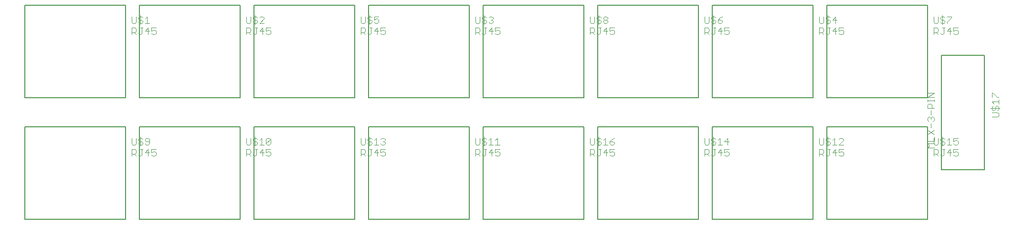
<source format=gto>
G75*
%MOIN*%
%OFA0B0*%
%FSLAX24Y24*%
%IPPOS*%
%LPD*%
%AMOC8*
5,1,8,0,0,1.08239X$1,22.5*
%
%ADD10C,0.0050*%
%ADD11C,0.0040*%
D10*
X004588Y000624D02*
X011612Y000624D01*
X011612Y007076D01*
X004588Y007076D01*
X004588Y000624D01*
X012588Y000624D02*
X019612Y000624D01*
X019612Y007076D01*
X012588Y007076D01*
X012588Y000624D01*
X020588Y000624D02*
X027612Y000624D01*
X027612Y007076D01*
X020588Y007076D01*
X020588Y000624D01*
X028588Y000624D02*
X035612Y000624D01*
X035612Y007076D01*
X028588Y007076D01*
X028588Y000624D01*
X036588Y000624D02*
X043612Y000624D01*
X043612Y007076D01*
X036588Y007076D01*
X036588Y000624D01*
X044588Y000624D02*
X051612Y000624D01*
X051612Y007076D01*
X044588Y007076D01*
X044588Y000624D01*
X052588Y000624D02*
X059612Y000624D01*
X059612Y007076D01*
X052588Y007076D01*
X052588Y000624D01*
X060588Y000624D02*
X067612Y000624D01*
X067612Y007076D01*
X060588Y007076D01*
X060588Y000624D01*
X068600Y004100D02*
X071600Y004100D01*
X071600Y012100D01*
X068600Y012100D01*
X068600Y004100D01*
X067612Y009124D02*
X060588Y009124D01*
X060588Y015576D01*
X067612Y015576D01*
X067612Y009124D01*
X059612Y009124D02*
X052588Y009124D01*
X052588Y015576D01*
X059612Y015576D01*
X059612Y009124D01*
X051612Y009124D02*
X044588Y009124D01*
X044588Y015576D01*
X051612Y015576D01*
X051612Y009124D01*
X043612Y009124D02*
X036588Y009124D01*
X036588Y015576D01*
X043612Y015576D01*
X043612Y009124D01*
X035612Y009124D02*
X028588Y009124D01*
X028588Y015576D01*
X035612Y015576D01*
X035612Y009124D01*
X027612Y009124D02*
X020588Y009124D01*
X020588Y015576D01*
X027612Y015576D01*
X027612Y009124D01*
X019612Y009124D02*
X012588Y009124D01*
X012588Y015576D01*
X019612Y015576D01*
X019612Y009124D01*
X011612Y009124D02*
X004588Y009124D01*
X004588Y015576D01*
X011612Y015576D01*
X011612Y009124D01*
D11*
X012671Y006376D02*
X012671Y005762D01*
X012748Y005839D02*
X012824Y005915D01*
X012824Y005992D01*
X012748Y006069D01*
X012594Y006069D01*
X012517Y006145D01*
X012517Y006222D01*
X012594Y006299D01*
X012748Y006299D01*
X012824Y006222D01*
X012978Y006222D02*
X012978Y006145D01*
X013055Y006069D01*
X013285Y006069D01*
X013285Y006222D02*
X013285Y005915D01*
X013208Y005839D01*
X013055Y005839D01*
X012978Y005915D01*
X012748Y005839D02*
X012594Y005839D01*
X012517Y005915D01*
X012364Y005915D02*
X012287Y005839D01*
X012134Y005839D01*
X012057Y005915D01*
X012057Y006299D01*
X012364Y006299D02*
X012364Y005915D01*
X012978Y006222D02*
X013055Y006299D01*
X013208Y006299D01*
X013285Y006222D01*
X013208Y005511D02*
X012978Y005281D01*
X013285Y005281D01*
X013438Y005281D02*
X013592Y005358D01*
X013668Y005358D01*
X013745Y005281D01*
X013745Y005128D01*
X013668Y005051D01*
X013515Y005051D01*
X013438Y005128D01*
X013438Y005281D02*
X013438Y005511D01*
X013745Y005511D01*
X013208Y005511D02*
X013208Y005051D01*
X012748Y005128D02*
X012748Y005511D01*
X012824Y005511D02*
X012671Y005511D01*
X012364Y005435D02*
X012364Y005281D01*
X012287Y005205D01*
X012057Y005205D01*
X012210Y005205D02*
X012364Y005051D01*
X012517Y005128D02*
X012594Y005051D01*
X012671Y005051D01*
X012748Y005128D01*
X012057Y005051D02*
X012057Y005511D01*
X012287Y005511D01*
X012364Y005435D01*
X020057Y005511D02*
X020057Y005051D01*
X020057Y005205D02*
X020287Y005205D01*
X020364Y005281D01*
X020364Y005435D01*
X020287Y005511D01*
X020057Y005511D01*
X020671Y005511D02*
X020824Y005511D01*
X020748Y005511D02*
X020748Y005128D01*
X020671Y005051D01*
X020594Y005051D01*
X020517Y005128D01*
X020364Y005051D02*
X020210Y005205D01*
X020978Y005281D02*
X021285Y005281D01*
X021438Y005281D02*
X021592Y005358D01*
X021668Y005358D01*
X021745Y005281D01*
X021745Y005128D01*
X021668Y005051D01*
X021515Y005051D01*
X021438Y005128D01*
X021438Y005281D02*
X021438Y005511D01*
X021745Y005511D01*
X021208Y005511D02*
X020978Y005281D01*
X021208Y005051D02*
X021208Y005511D01*
X021285Y005839D02*
X020978Y005839D01*
X021131Y005839D02*
X021131Y006299D01*
X020978Y006145D01*
X020824Y006222D02*
X020748Y006299D01*
X020594Y006299D01*
X020517Y006222D01*
X020517Y006145D01*
X020594Y006069D01*
X020748Y006069D01*
X020824Y005992D01*
X020824Y005915D01*
X020748Y005839D01*
X020594Y005839D01*
X020517Y005915D01*
X020364Y005915D02*
X020287Y005839D01*
X020134Y005839D01*
X020057Y005915D01*
X020057Y006299D01*
X020364Y006299D02*
X020364Y005915D01*
X020671Y005762D02*
X020671Y006376D01*
X021438Y006222D02*
X021515Y006299D01*
X021668Y006299D01*
X021745Y006222D01*
X021438Y005915D01*
X021515Y005839D01*
X021668Y005839D01*
X021745Y005915D01*
X021745Y006222D01*
X021438Y006222D02*
X021438Y005915D01*
X028057Y005915D02*
X028134Y005839D01*
X028287Y005839D01*
X028364Y005915D01*
X028364Y006299D01*
X028517Y006222D02*
X028517Y006145D01*
X028594Y006069D01*
X028748Y006069D01*
X028824Y005992D01*
X028824Y005915D01*
X028748Y005839D01*
X028594Y005839D01*
X028517Y005915D01*
X028671Y005762D02*
X028671Y006376D01*
X028748Y006299D02*
X028824Y006222D01*
X028748Y006299D02*
X028594Y006299D01*
X028517Y006222D01*
X028057Y006299D02*
X028057Y005915D01*
X028978Y005839D02*
X029285Y005839D01*
X029131Y005839D02*
X029131Y006299D01*
X028978Y006145D01*
X029438Y006222D02*
X029515Y006299D01*
X029668Y006299D01*
X029745Y006222D01*
X029745Y006145D01*
X029668Y006069D01*
X029745Y005992D01*
X029745Y005915D01*
X029668Y005839D01*
X029515Y005839D01*
X029438Y005915D01*
X029592Y006069D02*
X029668Y006069D01*
X029745Y005511D02*
X029438Y005511D01*
X029438Y005281D01*
X029592Y005358D01*
X029668Y005358D01*
X029745Y005281D01*
X029745Y005128D01*
X029668Y005051D01*
X029515Y005051D01*
X029438Y005128D01*
X029285Y005281D02*
X028978Y005281D01*
X029208Y005511D01*
X029208Y005051D01*
X028748Y005128D02*
X028748Y005511D01*
X028824Y005511D02*
X028671Y005511D01*
X028364Y005435D02*
X028364Y005281D01*
X028287Y005205D01*
X028057Y005205D01*
X028210Y005205D02*
X028364Y005051D01*
X028517Y005128D02*
X028594Y005051D01*
X028671Y005051D01*
X028748Y005128D01*
X028057Y005051D02*
X028057Y005511D01*
X028287Y005511D01*
X028364Y005435D01*
X036057Y005511D02*
X036057Y005051D01*
X036057Y005205D02*
X036287Y005205D01*
X036364Y005281D01*
X036364Y005435D01*
X036287Y005511D01*
X036057Y005511D01*
X036671Y005511D02*
X036824Y005511D01*
X036748Y005511D02*
X036748Y005128D01*
X036671Y005051D01*
X036594Y005051D01*
X036517Y005128D01*
X036364Y005051D02*
X036210Y005205D01*
X036978Y005281D02*
X037285Y005281D01*
X037438Y005281D02*
X037592Y005358D01*
X037668Y005358D01*
X037745Y005281D01*
X037745Y005128D01*
X037668Y005051D01*
X037515Y005051D01*
X037438Y005128D01*
X037438Y005281D02*
X037438Y005511D01*
X037745Y005511D01*
X037208Y005511D02*
X036978Y005281D01*
X037208Y005051D02*
X037208Y005511D01*
X037285Y005839D02*
X036978Y005839D01*
X037131Y005839D02*
X037131Y006299D01*
X036978Y006145D01*
X036824Y006222D02*
X036748Y006299D01*
X036594Y006299D01*
X036517Y006222D01*
X036517Y006145D01*
X036594Y006069D01*
X036748Y006069D01*
X036824Y005992D01*
X036824Y005915D01*
X036748Y005839D01*
X036594Y005839D01*
X036517Y005915D01*
X036364Y005915D02*
X036287Y005839D01*
X036134Y005839D01*
X036057Y005915D01*
X036057Y006299D01*
X036364Y006299D02*
X036364Y005915D01*
X036671Y005762D02*
X036671Y006376D01*
X037438Y006145D02*
X037592Y006299D01*
X037592Y005839D01*
X037745Y005839D02*
X037438Y005839D01*
X044057Y005915D02*
X044134Y005839D01*
X044287Y005839D01*
X044364Y005915D01*
X044364Y006299D01*
X044517Y006222D02*
X044517Y006145D01*
X044594Y006069D01*
X044748Y006069D01*
X044824Y005992D01*
X044824Y005915D01*
X044748Y005839D01*
X044594Y005839D01*
X044517Y005915D01*
X044671Y005762D02*
X044671Y006376D01*
X044748Y006299D02*
X044824Y006222D01*
X044748Y006299D02*
X044594Y006299D01*
X044517Y006222D01*
X044057Y006299D02*
X044057Y005915D01*
X044978Y005839D02*
X045285Y005839D01*
X045131Y005839D02*
X045131Y006299D01*
X044978Y006145D01*
X045438Y006069D02*
X045438Y005915D01*
X045515Y005839D01*
X045668Y005839D01*
X045745Y005915D01*
X045745Y005992D01*
X045668Y006069D01*
X045438Y006069D01*
X045592Y006222D01*
X045745Y006299D01*
X045745Y005511D02*
X045438Y005511D01*
X045438Y005281D01*
X045592Y005358D01*
X045668Y005358D01*
X045745Y005281D01*
X045745Y005128D01*
X045668Y005051D01*
X045515Y005051D01*
X045438Y005128D01*
X045285Y005281D02*
X044978Y005281D01*
X045208Y005511D01*
X045208Y005051D01*
X044748Y005128D02*
X044748Y005511D01*
X044824Y005511D02*
X044671Y005511D01*
X044364Y005435D02*
X044364Y005281D01*
X044287Y005205D01*
X044057Y005205D01*
X044210Y005205D02*
X044364Y005051D01*
X044517Y005128D02*
X044594Y005051D01*
X044671Y005051D01*
X044748Y005128D01*
X044057Y005051D02*
X044057Y005511D01*
X044287Y005511D01*
X044364Y005435D01*
X052057Y005511D02*
X052057Y005051D01*
X052057Y005205D02*
X052287Y005205D01*
X052364Y005281D01*
X052364Y005435D01*
X052287Y005511D01*
X052057Y005511D01*
X052671Y005511D02*
X052824Y005511D01*
X052748Y005511D02*
X052748Y005128D01*
X052671Y005051D01*
X052594Y005051D01*
X052517Y005128D01*
X052364Y005051D02*
X052210Y005205D01*
X052978Y005281D02*
X053285Y005281D01*
X053438Y005281D02*
X053592Y005358D01*
X053668Y005358D01*
X053745Y005281D01*
X053745Y005128D01*
X053668Y005051D01*
X053515Y005051D01*
X053438Y005128D01*
X053438Y005281D02*
X053438Y005511D01*
X053745Y005511D01*
X053208Y005511D02*
X052978Y005281D01*
X053208Y005051D02*
X053208Y005511D01*
X053285Y005839D02*
X052978Y005839D01*
X053131Y005839D02*
X053131Y006299D01*
X052978Y006145D01*
X052824Y006222D02*
X052748Y006299D01*
X052594Y006299D01*
X052517Y006222D01*
X052517Y006145D01*
X052594Y006069D01*
X052748Y006069D01*
X052824Y005992D01*
X052824Y005915D01*
X052748Y005839D01*
X052594Y005839D01*
X052517Y005915D01*
X052364Y005915D02*
X052287Y005839D01*
X052134Y005839D01*
X052057Y005915D01*
X052057Y006299D01*
X052364Y006299D02*
X052364Y005915D01*
X052671Y005762D02*
X052671Y006376D01*
X053438Y006069D02*
X053668Y006299D01*
X053668Y005839D01*
X053745Y006069D02*
X053438Y006069D01*
X060057Y005915D02*
X060134Y005839D01*
X060287Y005839D01*
X060364Y005915D01*
X060364Y006299D01*
X060517Y006222D02*
X060517Y006145D01*
X060594Y006069D01*
X060748Y006069D01*
X060824Y005992D01*
X060824Y005915D01*
X060748Y005839D01*
X060594Y005839D01*
X060517Y005915D01*
X060671Y005762D02*
X060671Y006376D01*
X060748Y006299D02*
X060824Y006222D01*
X060748Y006299D02*
X060594Y006299D01*
X060517Y006222D01*
X060057Y006299D02*
X060057Y005915D01*
X060978Y005839D02*
X061285Y005839D01*
X061438Y005839D02*
X061745Y006145D01*
X061745Y006222D01*
X061668Y006299D01*
X061515Y006299D01*
X061438Y006222D01*
X061131Y006299D02*
X060978Y006145D01*
X061131Y006299D02*
X061131Y005839D01*
X061438Y005839D02*
X061745Y005839D01*
X061745Y005511D02*
X061438Y005511D01*
X061438Y005281D01*
X061592Y005358D01*
X061668Y005358D01*
X061745Y005281D01*
X061745Y005128D01*
X061668Y005051D01*
X061515Y005051D01*
X061438Y005128D01*
X061285Y005281D02*
X060978Y005281D01*
X061208Y005511D01*
X061208Y005051D01*
X060748Y005128D02*
X060748Y005511D01*
X060824Y005511D02*
X060671Y005511D01*
X060364Y005435D02*
X060364Y005281D01*
X060287Y005205D01*
X060057Y005205D01*
X060210Y005205D02*
X060364Y005051D01*
X060517Y005128D02*
X060594Y005051D01*
X060671Y005051D01*
X060748Y005128D01*
X060057Y005051D02*
X060057Y005511D01*
X060287Y005511D01*
X060364Y005435D01*
X067620Y005630D02*
X067773Y005783D01*
X067620Y005937D01*
X068080Y005937D01*
X068057Y005915D02*
X068134Y005839D01*
X068287Y005839D01*
X068364Y005915D01*
X068364Y006299D01*
X068517Y006222D02*
X068517Y006145D01*
X068594Y006069D01*
X068748Y006069D01*
X068824Y005992D01*
X068824Y005915D01*
X068748Y005839D01*
X068594Y005839D01*
X068517Y005915D01*
X068671Y005762D02*
X068671Y006376D01*
X068748Y006299D02*
X068824Y006222D01*
X068748Y006299D02*
X068594Y006299D01*
X068517Y006222D01*
X068080Y006090D02*
X068080Y006397D01*
X068057Y006299D02*
X068057Y005915D01*
X068080Y006090D02*
X067620Y006090D01*
X068978Y006145D02*
X069131Y006299D01*
X069131Y005839D01*
X068978Y005839D02*
X069285Y005839D01*
X069438Y005915D02*
X069515Y005839D01*
X069668Y005839D01*
X069745Y005915D01*
X069745Y006069D01*
X069668Y006145D01*
X069592Y006145D01*
X069438Y006069D01*
X069438Y006299D01*
X069745Y006299D01*
X068080Y006551D02*
X067620Y006858D01*
X067850Y007011D02*
X067850Y007318D01*
X068003Y007471D02*
X068080Y007548D01*
X068080Y007702D01*
X068003Y007778D01*
X067927Y007778D01*
X067850Y007702D01*
X067850Y007625D01*
X067850Y007702D02*
X067773Y007778D01*
X067696Y007778D01*
X067620Y007702D01*
X067620Y007548D01*
X067696Y007471D01*
X067850Y007932D02*
X067850Y008239D01*
X067927Y008392D02*
X067927Y008622D01*
X067850Y008699D01*
X067696Y008699D01*
X067620Y008622D01*
X067620Y008392D01*
X068080Y008392D01*
X068080Y008853D02*
X068080Y009006D01*
X068080Y008929D02*
X067620Y008929D01*
X067620Y008853D02*
X067620Y009006D01*
X067620Y009160D02*
X068080Y009467D01*
X067620Y009467D01*
X067620Y009160D02*
X068080Y009160D01*
X072043Y008392D02*
X072657Y008392D01*
X072580Y008316D02*
X072580Y008469D01*
X072503Y008546D01*
X072427Y008546D01*
X072350Y008469D01*
X072350Y008316D01*
X072273Y008239D01*
X072196Y008239D01*
X072120Y008316D01*
X072120Y008469D01*
X072196Y008546D01*
X072273Y008699D02*
X072120Y008853D01*
X072580Y008853D01*
X072580Y009006D02*
X072580Y008699D01*
X072580Y008316D02*
X072503Y008239D01*
X072503Y008085D02*
X072120Y008085D01*
X072503Y008085D02*
X072580Y008009D01*
X072580Y007855D01*
X072503Y007778D01*
X072120Y007778D01*
X068080Y006858D02*
X067620Y006551D01*
X067620Y005630D02*
X068080Y005630D01*
X068057Y005511D02*
X068287Y005511D01*
X068364Y005435D01*
X068364Y005281D01*
X068287Y005205D01*
X068057Y005205D01*
X068210Y005205D02*
X068364Y005051D01*
X068517Y005128D02*
X068594Y005051D01*
X068671Y005051D01*
X068748Y005128D01*
X068748Y005511D01*
X068824Y005511D02*
X068671Y005511D01*
X068978Y005281D02*
X069208Y005511D01*
X069208Y005051D01*
X069438Y005128D02*
X069515Y005051D01*
X069668Y005051D01*
X069745Y005128D01*
X069745Y005281D01*
X069668Y005358D01*
X069592Y005358D01*
X069438Y005281D01*
X069438Y005511D01*
X069745Y005511D01*
X069285Y005281D02*
X068978Y005281D01*
X068057Y005051D02*
X068057Y005511D01*
X072120Y009160D02*
X072120Y009467D01*
X072196Y009467D01*
X072503Y009160D01*
X072580Y009160D01*
X069668Y013551D02*
X069515Y013551D01*
X069438Y013628D01*
X069438Y013781D02*
X069592Y013858D01*
X069668Y013858D01*
X069745Y013781D01*
X069745Y013628D01*
X069668Y013551D01*
X069438Y013781D02*
X069438Y014011D01*
X069745Y014011D01*
X069208Y014011D02*
X068978Y013781D01*
X069285Y013781D01*
X069208Y013551D02*
X069208Y014011D01*
X068824Y014011D02*
X068671Y014011D01*
X068748Y014011D02*
X068748Y013628D01*
X068671Y013551D01*
X068594Y013551D01*
X068517Y013628D01*
X068364Y013551D02*
X068210Y013705D01*
X068287Y013705D02*
X068057Y013705D01*
X068057Y013551D02*
X068057Y014011D01*
X068287Y014011D01*
X068364Y013935D01*
X068364Y013781D01*
X068287Y013705D01*
X068671Y014262D02*
X068671Y014876D01*
X068748Y014799D02*
X068824Y014722D01*
X068748Y014799D02*
X068594Y014799D01*
X068517Y014722D01*
X068517Y014645D01*
X068594Y014569D01*
X068748Y014569D01*
X068824Y014492D01*
X068824Y014415D01*
X068748Y014339D01*
X068594Y014339D01*
X068517Y014415D01*
X068364Y014415D02*
X068364Y014799D01*
X068057Y014799D02*
X068057Y014415D01*
X068134Y014339D01*
X068287Y014339D01*
X068364Y014415D01*
X068978Y014415D02*
X068978Y014339D01*
X068978Y014415D02*
X069285Y014722D01*
X069285Y014799D01*
X068978Y014799D01*
X061745Y014011D02*
X061438Y014011D01*
X061438Y013781D01*
X061592Y013858D01*
X061668Y013858D01*
X061745Y013781D01*
X061745Y013628D01*
X061668Y013551D01*
X061515Y013551D01*
X061438Y013628D01*
X061285Y013781D02*
X060978Y013781D01*
X061208Y014011D01*
X061208Y013551D01*
X060748Y013628D02*
X060748Y014011D01*
X060824Y014011D02*
X060671Y014011D01*
X060671Y014262D02*
X060671Y014876D01*
X060748Y014799D02*
X060824Y014722D01*
X060748Y014799D02*
X060594Y014799D01*
X060517Y014722D01*
X060517Y014645D01*
X060594Y014569D01*
X060748Y014569D01*
X060824Y014492D01*
X060824Y014415D01*
X060748Y014339D01*
X060594Y014339D01*
X060517Y014415D01*
X060364Y014415D02*
X060364Y014799D01*
X060057Y014799D02*
X060057Y014415D01*
X060134Y014339D01*
X060287Y014339D01*
X060364Y014415D01*
X060978Y014569D02*
X061285Y014569D01*
X061208Y014339D02*
X061208Y014799D01*
X060978Y014569D01*
X060364Y013935D02*
X060287Y014011D01*
X060057Y014011D01*
X060057Y013551D01*
X060057Y013705D02*
X060287Y013705D01*
X060364Y013781D01*
X060364Y013935D01*
X060210Y013705D02*
X060364Y013551D01*
X060517Y013628D02*
X060594Y013551D01*
X060671Y013551D01*
X060748Y013628D01*
X053745Y013628D02*
X053668Y013551D01*
X053515Y013551D01*
X053438Y013628D01*
X053438Y013781D02*
X053592Y013858D01*
X053668Y013858D01*
X053745Y013781D01*
X053745Y013628D01*
X053438Y013781D02*
X053438Y014011D01*
X053745Y014011D01*
X053208Y014011D02*
X052978Y013781D01*
X053285Y013781D01*
X053208Y013551D02*
X053208Y014011D01*
X052824Y014011D02*
X052671Y014011D01*
X052748Y014011D02*
X052748Y013628D01*
X052671Y013551D01*
X052594Y013551D01*
X052517Y013628D01*
X052364Y013551D02*
X052210Y013705D01*
X052287Y013705D02*
X052057Y013705D01*
X052057Y013551D02*
X052057Y014011D01*
X052287Y014011D01*
X052364Y013935D01*
X052364Y013781D01*
X052287Y013705D01*
X052671Y014262D02*
X052671Y014876D01*
X052748Y014799D02*
X052824Y014722D01*
X052748Y014799D02*
X052594Y014799D01*
X052517Y014722D01*
X052517Y014645D01*
X052594Y014569D01*
X052748Y014569D01*
X052824Y014492D01*
X052824Y014415D01*
X052748Y014339D01*
X052594Y014339D01*
X052517Y014415D01*
X052364Y014415D02*
X052364Y014799D01*
X052057Y014799D02*
X052057Y014415D01*
X052134Y014339D01*
X052287Y014339D01*
X052364Y014415D01*
X052978Y014415D02*
X052978Y014569D01*
X053208Y014569D01*
X053285Y014492D01*
X053285Y014415D01*
X053208Y014339D01*
X053055Y014339D01*
X052978Y014415D01*
X052978Y014569D02*
X053131Y014722D01*
X053285Y014799D01*
X045745Y014011D02*
X045438Y014011D01*
X045438Y013781D01*
X045592Y013858D01*
X045668Y013858D01*
X045745Y013781D01*
X045745Y013628D01*
X045668Y013551D01*
X045515Y013551D01*
X045438Y013628D01*
X045285Y013781D02*
X044978Y013781D01*
X045208Y014011D01*
X045208Y013551D01*
X044748Y013628D02*
X044748Y014011D01*
X044824Y014011D02*
X044671Y014011D01*
X044671Y014262D02*
X044671Y014876D01*
X044748Y014799D02*
X044824Y014722D01*
X044748Y014799D02*
X044594Y014799D01*
X044517Y014722D01*
X044517Y014645D01*
X044594Y014569D01*
X044748Y014569D01*
X044824Y014492D01*
X044824Y014415D01*
X044748Y014339D01*
X044594Y014339D01*
X044517Y014415D01*
X044364Y014415D02*
X044364Y014799D01*
X044057Y014799D02*
X044057Y014415D01*
X044134Y014339D01*
X044287Y014339D01*
X044364Y014415D01*
X044978Y014415D02*
X044978Y014492D01*
X045055Y014569D01*
X045208Y014569D01*
X045285Y014492D01*
X045285Y014415D01*
X045208Y014339D01*
X045055Y014339D01*
X044978Y014415D01*
X045055Y014569D02*
X044978Y014645D01*
X044978Y014722D01*
X045055Y014799D01*
X045208Y014799D01*
X045285Y014722D01*
X045285Y014645D01*
X045208Y014569D01*
X044364Y013935D02*
X044287Y014011D01*
X044057Y014011D01*
X044057Y013551D01*
X044057Y013705D02*
X044287Y013705D01*
X044364Y013781D01*
X044364Y013935D01*
X044210Y013705D02*
X044364Y013551D01*
X044517Y013628D02*
X044594Y013551D01*
X044671Y013551D01*
X044748Y013628D01*
X037745Y013628D02*
X037668Y013551D01*
X037515Y013551D01*
X037438Y013628D01*
X037438Y013781D02*
X037592Y013858D01*
X037668Y013858D01*
X037745Y013781D01*
X037745Y013628D01*
X037438Y013781D02*
X037438Y014011D01*
X037745Y014011D01*
X037208Y014011D02*
X036978Y013781D01*
X037285Y013781D01*
X037208Y013551D02*
X037208Y014011D01*
X036824Y014011D02*
X036671Y014011D01*
X036748Y014011D02*
X036748Y013628D01*
X036671Y013551D01*
X036594Y013551D01*
X036517Y013628D01*
X036364Y013551D02*
X036210Y013705D01*
X036287Y013705D02*
X036057Y013705D01*
X036057Y013551D02*
X036057Y014011D01*
X036287Y014011D01*
X036364Y013935D01*
X036364Y013781D01*
X036287Y013705D01*
X036671Y014262D02*
X036671Y014876D01*
X036748Y014799D02*
X036824Y014722D01*
X036748Y014799D02*
X036594Y014799D01*
X036517Y014722D01*
X036517Y014645D01*
X036594Y014569D01*
X036748Y014569D01*
X036824Y014492D01*
X036824Y014415D01*
X036748Y014339D01*
X036594Y014339D01*
X036517Y014415D01*
X036364Y014415D02*
X036364Y014799D01*
X036057Y014799D02*
X036057Y014415D01*
X036134Y014339D01*
X036287Y014339D01*
X036364Y014415D01*
X036978Y014415D02*
X037055Y014339D01*
X037208Y014339D01*
X037285Y014415D01*
X037285Y014492D01*
X037208Y014569D01*
X037131Y014569D01*
X037208Y014569D02*
X037285Y014645D01*
X037285Y014722D01*
X037208Y014799D01*
X037055Y014799D01*
X036978Y014722D01*
X029745Y014011D02*
X029438Y014011D01*
X029438Y013781D01*
X029592Y013858D01*
X029668Y013858D01*
X029745Y013781D01*
X029745Y013628D01*
X029668Y013551D01*
X029515Y013551D01*
X029438Y013628D01*
X029285Y013781D02*
X028978Y013781D01*
X029208Y014011D01*
X029208Y013551D01*
X028748Y013628D02*
X028748Y014011D01*
X028824Y014011D02*
X028671Y014011D01*
X028671Y014262D02*
X028671Y014876D01*
X028748Y014799D02*
X028824Y014722D01*
X028748Y014799D02*
X028594Y014799D01*
X028517Y014722D01*
X028517Y014645D01*
X028594Y014569D01*
X028748Y014569D01*
X028824Y014492D01*
X028824Y014415D01*
X028748Y014339D01*
X028594Y014339D01*
X028517Y014415D01*
X028364Y014415D02*
X028364Y014799D01*
X028057Y014799D02*
X028057Y014415D01*
X028134Y014339D01*
X028287Y014339D01*
X028364Y014415D01*
X028978Y014415D02*
X029055Y014339D01*
X029208Y014339D01*
X029285Y014415D01*
X029285Y014569D01*
X029208Y014645D01*
X029131Y014645D01*
X028978Y014569D01*
X028978Y014799D01*
X029285Y014799D01*
X028364Y013935D02*
X028287Y014011D01*
X028057Y014011D01*
X028057Y013551D01*
X028057Y013705D02*
X028287Y013705D01*
X028364Y013781D01*
X028364Y013935D01*
X028210Y013705D02*
X028364Y013551D01*
X028517Y013628D02*
X028594Y013551D01*
X028671Y013551D01*
X028748Y013628D01*
X021745Y013628D02*
X021668Y013551D01*
X021515Y013551D01*
X021438Y013628D01*
X021438Y013781D02*
X021592Y013858D01*
X021668Y013858D01*
X021745Y013781D01*
X021745Y013628D01*
X021438Y013781D02*
X021438Y014011D01*
X021745Y014011D01*
X021208Y014011D02*
X020978Y013781D01*
X021285Y013781D01*
X021208Y013551D02*
X021208Y014011D01*
X020824Y014011D02*
X020671Y014011D01*
X020748Y014011D02*
X020748Y013628D01*
X020671Y013551D01*
X020594Y013551D01*
X020517Y013628D01*
X020364Y013551D02*
X020210Y013705D01*
X020287Y013705D02*
X020057Y013705D01*
X020057Y013551D02*
X020057Y014011D01*
X020287Y014011D01*
X020364Y013935D01*
X020364Y013781D01*
X020287Y013705D01*
X020671Y014262D02*
X020671Y014876D01*
X020748Y014799D02*
X020824Y014722D01*
X020748Y014799D02*
X020594Y014799D01*
X020517Y014722D01*
X020517Y014645D01*
X020594Y014569D01*
X020748Y014569D01*
X020824Y014492D01*
X020824Y014415D01*
X020748Y014339D01*
X020594Y014339D01*
X020517Y014415D01*
X020364Y014415D02*
X020364Y014799D01*
X020057Y014799D02*
X020057Y014415D01*
X020134Y014339D01*
X020287Y014339D01*
X020364Y014415D01*
X020978Y014339D02*
X021285Y014645D01*
X021285Y014722D01*
X021208Y014799D01*
X021055Y014799D01*
X020978Y014722D01*
X020978Y014339D02*
X021285Y014339D01*
X013745Y014011D02*
X013438Y014011D01*
X013438Y013781D01*
X013592Y013858D01*
X013668Y013858D01*
X013745Y013781D01*
X013745Y013628D01*
X013668Y013551D01*
X013515Y013551D01*
X013438Y013628D01*
X013285Y013781D02*
X012978Y013781D01*
X013208Y014011D01*
X013208Y013551D01*
X012748Y013628D02*
X012748Y014011D01*
X012824Y014011D02*
X012671Y014011D01*
X012671Y014262D02*
X012671Y014876D01*
X012748Y014799D02*
X012824Y014722D01*
X012748Y014799D02*
X012594Y014799D01*
X012517Y014722D01*
X012517Y014645D01*
X012594Y014569D01*
X012748Y014569D01*
X012824Y014492D01*
X012824Y014415D01*
X012748Y014339D01*
X012594Y014339D01*
X012517Y014415D01*
X012364Y014415D02*
X012364Y014799D01*
X012057Y014799D02*
X012057Y014415D01*
X012134Y014339D01*
X012287Y014339D01*
X012364Y014415D01*
X012978Y014339D02*
X013285Y014339D01*
X013131Y014339D02*
X013131Y014799D01*
X012978Y014645D01*
X012287Y014011D02*
X012364Y013935D01*
X012364Y013781D01*
X012287Y013705D01*
X012057Y013705D01*
X012210Y013705D02*
X012364Y013551D01*
X012517Y013628D02*
X012594Y013551D01*
X012671Y013551D01*
X012748Y013628D01*
X012057Y013551D02*
X012057Y014011D01*
X012287Y014011D01*
M02*

</source>
